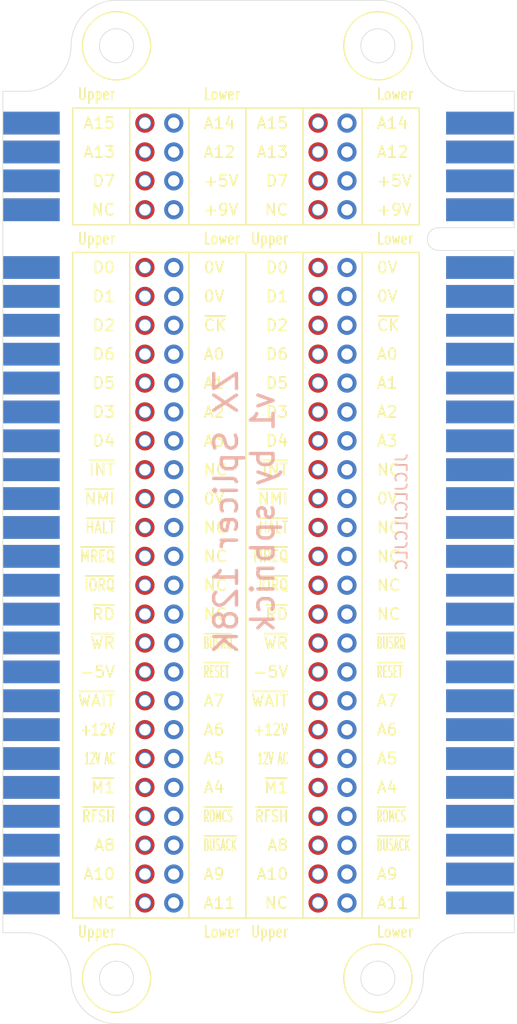
<source format=kicad_pcb>
(kicad_pcb (version 20171130) (host pcbnew 5.1.4+dfsg1-2)

  (general
    (thickness 1.6)
    (drawings 34)
    (tracks 0)
    (zones 0)
    (modules 8)
    (nets 53)
  )

  (page A4)
  (layers
    (0 F.Cu signal)
    (31 B.Cu signal)
    (32 B.Adhes user)
    (33 F.Adhes user)
    (34 B.Paste user)
    (35 F.Paste user)
    (36 B.SilkS user)
    (37 F.SilkS user)
    (38 B.Mask user)
    (39 F.Mask user)
    (40 Dwgs.User user)
    (41 Cmts.User user)
    (42 Eco1.User user)
    (43 Eco2.User user)
    (44 Edge.Cuts user)
    (45 Margin user)
    (46 B.CrtYd user)
    (47 F.CrtYd user)
    (48 B.Fab user)
    (49 F.Fab user)
  )

  (setup
    (last_trace_width 0.75)
    (trace_clearance 0.2)
    (zone_clearance 0.508)
    (zone_45_only no)
    (trace_min 0.2)
    (via_size 0.8)
    (via_drill 0.4)
    (via_min_size 0.4)
    (via_min_drill 0.3)
    (uvia_size 0.3)
    (uvia_drill 0.1)
    (uvias_allowed no)
    (uvia_min_size 0.2)
    (uvia_min_drill 0.1)
    (edge_width 0.05)
    (segment_width 0.2)
    (pcb_text_width 0.3)
    (pcb_text_size 1.5 1.5)
    (mod_edge_width 0.12)
    (mod_text_size 1 1)
    (mod_text_width 0.15)
    (pad_size 1.524 1.524)
    (pad_drill 0.762)
    (pad_to_mask_clearance 0.051)
    (solder_mask_min_width 0.25)
    (aux_axis_origin 0 0)
    (visible_elements FFFFF77F)
    (pcbplotparams
      (layerselection 0x010fc_ffffffff)
      (usegerberextensions false)
      (usegerberattributes false)
      (usegerberadvancedattributes false)
      (creategerberjobfile false)
      (excludeedgelayer true)
      (linewidth 0.100000)
      (plotframeref false)
      (viasonmask false)
      (mode 1)
      (useauxorigin false)
      (hpglpennumber 1)
      (hpglpenspeed 20)
      (hpglpendiameter 15.000000)
      (psnegative false)
      (psa4output false)
      (plotreference true)
      (plotvalue true)
      (plotinvisibletext false)
      (padsonsilk false)
      (subtractmaskfromsilk false)
      (outputformat 1)
      (mirror false)
      (drillshape 1)
      (scaleselection 1)
      (outputdirectory ""))
  )

  (net 0 "")
  (net 1 /+9V)
  (net 2 /NC0)
  (net 3 /+5V)
  (net 4 /D7)
  (net 5 /A12)
  (net 6 /A13)
  (net 7 /A14)
  (net 8 /A15)
  (net 9 /A11)
  (net 10 /NC6)
  (net 11 /A9)
  (net 12 /A10)
  (net 13 /~BUSACK)
  (net 14 /A8)
  (net 15 /~ROMCS)
  (net 16 /~RFSH)
  (net 17 /A4)
  (net 18 /~M1)
  (net 19 /A5)
  (net 20 /12V_AC)
  (net 21 /A6)
  (net 22 /+12V)
  (net 23 /A7)
  (net 24 /~WAIT)
  (net 25 /~RESET)
  (net 26 /-5V)
  (net 27 /~BUSRQ)
  (net 28 /~WR)
  (net 29 /NC5)
  (net 30 /~RD)
  (net 31 /NC4)
  (net 32 /~IORQ)
  (net 33 /NC3)
  (net 34 /~MREQ)
  (net 35 /NC2)
  (net 36 /~HALT)
  (net 37 /0V)
  (net 38 /~NMI)
  (net 39 /NC1)
  (net 40 /~INT)
  (net 41 /A3)
  (net 42 /D4)
  (net 43 /A2)
  (net 44 /D3)
  (net 45 /A1)
  (net 46 /D5)
  (net 47 /A0)
  (net 48 /D6)
  (net 49 /~CK)
  (net 50 /D2)
  (net 51 /D1)
  (net 52 /D0)

  (net_class Default "This is the default net class."
    (clearance 0.2)
    (trace_width 0.75)
    (via_dia 0.8)
    (via_drill 0.4)
    (uvia_dia 0.3)
    (uvia_drill 0.1)
    (add_net /+12V)
    (add_net /+5V)
    (add_net /+9V)
    (add_net /-5V)
    (add_net /0V)
    (add_net /12V_AC)
    (add_net /A0)
    (add_net /A1)
    (add_net /A10)
    (add_net /A11)
    (add_net /A12)
    (add_net /A13)
    (add_net /A14)
    (add_net /A15)
    (add_net /A2)
    (add_net /A3)
    (add_net /A4)
    (add_net /A5)
    (add_net /A6)
    (add_net /A7)
    (add_net /A8)
    (add_net /A9)
    (add_net /D0)
    (add_net /D1)
    (add_net /D2)
    (add_net /D3)
    (add_net /D4)
    (add_net /D5)
    (add_net /D6)
    (add_net /D7)
    (add_net /NC0)
    (add_net /NC1)
    (add_net /NC2)
    (add_net /NC3)
    (add_net /NC4)
    (add_net /NC5)
    (add_net /NC6)
    (add_net /~BUSACK)
    (add_net /~BUSRQ)
    (add_net /~CK)
    (add_net /~HALT)
    (add_net /~INT)
    (add_net /~IORQ)
    (add_net /~M1)
    (add_net /~MREQ)
    (add_net /~NMI)
    (add_net /~RD)
    (add_net /~RESET)
    (add_net /~RFSH)
    (add_net /~ROMCS)
    (add_net /~WAIT)
    (add_net /~WR)
  )

  (module zx_bus_breakout:long_pin_socket (layer F.Cu) (tedit 5DD9879B) (tstamp 5DD97624)
    (at 78.74 63.5)
    (descr "Through hole straight socket strip, 2x23, 2.54mm pitch, double cols (from Kicad 4.0.7), script generated")
    (tags "Through hole socket strip THT 2x23 2.54mm double row")
    (path /5DE507B0)
    (fp_text reference J6 (at 1.27 -2.77) (layer F.SilkS) hide
      (effects (font (size 1 1) (thickness 0.15)))
    )
    (fp_text value Conn_02x23_Row_Letter_First (at 1.27 60.96) (layer F.Fab) hide
      (effects (font (size 1 1) (thickness 0.15)))
    )
    (fp_text user %R (at 1.27 27.94 90) (layer F.Fab)
      (effects (font (size 1 1) (thickness 0.15)))
    )
    (fp_text user D2 (at -2.54 5.08) (layer F.SilkS)
      (effects (font (size 1 1) (thickness 0.15)) (justify right))
    )
    (fp_text user ~RD (at -2.54 30.48) (layer F.SilkS)
      (effects (font (size 1 1) (thickness 0.15)) (justify right))
    )
    (fp_text user NC (at 5.08 25.4) (layer F.SilkS)
      (effects (font (size 1 1) (thickness 0.15)) (justify left))
    )
    (fp_line (start -6.35 57.21) (end -6.35 -1.33) (layer F.SilkS) (width 0.12))
    (fp_text user ~RESET (at 5.08 35.56) (layer F.SilkS)
      (effects (font (size 1 0.5) (thickness 0.125)) (justify left))
    )
    (fp_text user ~HALT (at -2.54 22.86) (layer F.SilkS)
      (effects (font (size 1 0.75) (thickness 0.125)) (justify right))
    )
    (fp_text user A3 (at 5.08 15.24) (layer F.SilkS)
      (effects (font (size 1 1) (thickness 0.15)) (justify left))
    )
    (fp_text user Upper (at -2.54 58.42) (layer F.SilkS)
      (effects (font (size 1 0.75) (thickness 0.15)) (justify right))
    )
    (fp_text user ~M1 (at -2.54 45.72) (layer F.SilkS)
      (effects (font (size 1 1) (thickness 0.15)) (justify right))
    )
    (fp_text user 0V (at 5.08 20.32) (layer F.SilkS)
      (effects (font (size 1 1) (thickness 0.15)) (justify left))
    )
    (fp_text user ~RFSH (at -2.54 48.26) (layer F.SilkS)
      (effects (font (size 1 0.75) (thickness 0.15)) (justify right))
    )
    (fp_text user +12V (at -2.54 40.64) (layer F.SilkS)
      (effects (font (size 1 0.75) (thickness 0.15)) (justify right))
    )
    (fp_text user D6 (at -2.54 7.62) (layer F.SilkS)
      (effects (font (size 1 1) (thickness 0.15)) (justify right))
    )
    (fp_line (start 3.87 -1.33) (end 3.87 57.21) (layer F.SilkS) (width 0.12))
    (fp_text user D1 (at -2.54 2.54) (layer F.SilkS)
      (effects (font (size 1 1) (thickness 0.15)) (justify right))
    )
    (fp_text user A8 (at -2.54 50.8) (layer F.SilkS)
      (effects (font (size 1 1) (thickness 0.15)) (justify right))
    )
    (fp_text user NC (at 5.08 27.94) (layer F.SilkS)
      (effects (font (size 1 1) (thickness 0.15)) (justify left))
    )
    (fp_text user ~INT (at -2.54 17.78) (layer F.SilkS)
      (effects (font (size 1 1) (thickness 0.15)) (justify right))
    )
    (fp_text user 0V (at 5.08 2.54) (layer F.SilkS)
      (effects (font (size 1 1) (thickness 0.15)) (justify left))
    )
    (fp_text user A9 (at 5.08 53.34) (layer F.SilkS)
      (effects (font (size 1 1) (thickness 0.15)) (justify left))
    )
    (fp_text user NC (at 5.08 17.78) (layer F.SilkS)
      (effects (font (size 1 1) (thickness 0.15)) (justify left))
    )
    (fp_text user A4 (at 5.08 45.72) (layer F.SilkS)
      (effects (font (size 1 1) (thickness 0.15)) (justify left))
    )
    (fp_text user -5V (at -2.54 35.56) (layer F.SilkS)
      (effects (font (size 1 1) (thickness 0.15)) (justify right))
    )
    (fp_text user NC (at -2.54 55.88) (layer F.SilkS)
      (effects (font (size 1 1) (thickness 0.15)) (justify right))
    )
    (fp_line (start 8.89 57.21) (end 8.89 -1.33) (layer F.SilkS) (width 0.12))
    (fp_text user A10 (at -2.54 53.34) (layer F.SilkS)
      (effects (font (size 1 1) (thickness 0.15)) (justify right))
    )
    (fp_line (start -1.33 -1.33) (end -1.33 57.21) (layer F.SilkS) (width 0.12))
    (fp_text user Lower (at 5.08 -2.54) (layer F.SilkS)
      (effects (font (size 1 0.75) (thickness 0.15)) (justify left))
    )
    (fp_text user ~IORQ (at -2.54 27.94) (layer F.SilkS)
      (effects (font (size 1 0.75) (thickness 0.15)) (justify right))
    )
    (fp_text user A11 (at 5.08 55.88) (layer F.SilkS)
      (effects (font (size 1 1) (thickness 0.15)) (justify left))
    )
    (fp_line (start 8.89 57.21) (end -6.35 57.21) (layer F.SilkS) (width 0.12))
    (fp_text user A0 (at 5.08 7.62) (layer F.SilkS)
      (effects (font (size 1 1) (thickness 0.15)) (justify left))
    )
    (fp_text user D3 (at -2.54 12.7) (layer F.SilkS)
      (effects (font (size 1 1) (thickness 0.15)) (justify right))
    )
    (fp_text user D5 (at -2.54 10.16) (layer F.SilkS)
      (effects (font (size 1 1) (thickness 0.15)) (justify right))
    )
    (fp_text user ~ROMCS (at 5.08 48.26) (layer F.SilkS)
      (effects (font (size 1 0.5) (thickness 0.125)) (justify left))
    )
    (fp_text user A7 (at 5.08 38.1) (layer F.SilkS)
      (effects (font (size 1 1) (thickness 0.15)) (justify left))
    )
    (fp_text user 0V (at 5.08 0) (layer F.SilkS)
      (effects (font (size 1 1) (thickness 0.15)) (justify left))
    )
    (fp_text user ~BUSRQ (at 5.08 33.02) (layer F.SilkS)
      (effects (font (size 1 0.5) (thickness 0.125)) (justify left))
    )
    (fp_text user NC (at 5.08 22.86) (layer F.SilkS)
      (effects (font (size 1 1) (thickness 0.15)) (justify left))
    )
    (fp_text user ~WR (at -2.54 33.02) (layer F.SilkS)
      (effects (font (size 1 1) (thickness 0.15)) (justify right))
    )
    (fp_text user NC (at 5.08 30.48) (layer F.SilkS)
      (effects (font (size 1 1) (thickness 0.15)) (justify left))
    )
    (fp_text user A6 (at 5.08 40.64) (layer F.SilkS)
      (effects (font (size 1 1) (thickness 0.15)) (justify left))
    )
    (fp_text user ~NMI (at -2.54 20.32) (layer F.SilkS)
      (effects (font (size 1 1) (thickness 0.15)) (justify right))
    )
    (fp_text user D0 (at -2.54 0) (layer F.SilkS)
      (effects (font (size 1 1) (thickness 0.15)) (justify right))
    )
    (fp_text user A5 (at 5.08 43.18) (layer F.SilkS)
      (effects (font (size 1 1) (thickness 0.15)) (justify left))
    )
    (fp_text user Upper (at -2.54 -2.54) (layer F.SilkS)
      (effects (font (size 1 0.75) (thickness 0.15)) (justify right))
    )
    (fp_text user ~MREQ (at -2.54 25.4) (layer F.SilkS)
      (effects (font (size 1 0.75) (thickness 0.15)) (justify right))
    )
    (fp_text user "12V AC" (at -2.54 43.18) (layer F.SilkS)
      (effects (font (size 1 0.5) (thickness 0.125)) (justify right))
    )
    (fp_text user ~BUSACK (at 5.08 50.8) (layer F.SilkS)
      (effects (font (size 1 0.5) (thickness 0.125)) (justify left))
    )
    (fp_text user A2 (at 5.08 12.7) (layer F.SilkS)
      (effects (font (size 1 1) (thickness 0.15)) (justify left))
    )
    (fp_text user Lower (at 5.08 58.42) (layer F.SilkS)
      (effects (font (size 1 0.75) (thickness 0.15)) (justify left))
    )
    (fp_text user ~WAIT (at -2.54 38.1) (layer F.SilkS)
      (effects (font (size 1 1) (thickness 0.15)) (justify right))
    )
    (fp_text user A1 (at 5.08 10.16) (layer F.SilkS)
      (effects (font (size 1 1) (thickness 0.15)) (justify left))
    )
    (fp_text user ~CK (at 5.08 5.08) (layer F.SilkS)
      (effects (font (size 1 1) (thickness 0.15)) (justify left))
    )
    (fp_text user D4 (at -2.54 15.24) (layer F.SilkS)
      (effects (font (size 1 1) (thickness 0.15)) (justify right))
    )
    (fp_line (start 8.89 -1.33) (end -6.35 -1.33) (layer F.SilkS) (width 0.12))
    (fp_line (start -1.8 57.65) (end -1.8 -1.8) (layer F.CrtYd) (width 0.05))
    (fp_line (start 4.3 57.65) (end -1.8 57.65) (layer F.CrtYd) (width 0.05))
    (fp_line (start 4.3 -1.8) (end 4.3 57.65) (layer F.CrtYd) (width 0.05))
    (fp_line (start -1.8 -1.8) (end 4.3 -1.8) (layer F.CrtYd) (width 0.05))
    (fp_line (start -1.27 57.15) (end -1.27 -1.27) (layer F.Fab) (width 0.1))
    (fp_line (start 3.81 57.15) (end -1.27 57.15) (layer F.Fab) (width 0.1))
    (fp_line (start 3.81 -0.27) (end 3.81 57.15) (layer F.Fab) (width 0.1))
    (fp_line (start 2.81 -1.27) (end 3.81 -0.27) (layer F.Fab) (width 0.1))
    (fp_line (start -1.27 -1.27) (end 2.81 -1.27) (layer F.Fab) (width 0.1))
    (pad a22 smd oval (at 0 53.34) (size 1.7 1.7) (layers F.Cu F.Mask)
      (net 12 /A10))
    (pad b20 thru_hole oval (at 2.54 48.26) (size 1.2 1.2) (drill 1) (layers *.Cu *.Mask)
      (net 15 /~ROMCS))
    (pad a9 smd oval (at 0 20.32) (size 1.7 1.7) (layers F.Cu F.Mask)
      (net 38 /~NMI))
    (pad a10 smd oval (at 0 22.86) (size 1.7 1.7) (layers F.Cu F.Mask)
      (net 36 /~HALT))
    (pad a23 thru_hole oval (at 0 55.88) (size 1.2 1.2) (drill 1) (layers *.Cu *.Mask)
      (net 10 /NC6))
    (pad a18 smd oval (at 0 43.18) (size 1.7 1.7) (layers F.Cu F.Mask)
      (net 20 /12V_AC))
    (pad b14 smd oval (at 2.54 33.02) (size 1.7 1.7) (layers B.Cu B.Mask)
      (net 27 /~BUSRQ))
    (pad b13 smd oval (at 2.54 30.48) (size 1.7 1.7) (layers B.Cu B.Mask)
      (net 29 /NC5))
    (pad a11 thru_hole oval (at 0 25.4) (size 1.2 1.2) (drill 1) (layers *.Cu *.Mask)
      (net 34 /~MREQ))
    (pad b7 thru_hole oval (at 2.54 15.24) (size 1.2 1.2) (drill 1) (layers *.Cu *.Mask)
      (net 41 /A3))
    (pad a9 thru_hole oval (at 0 20.32) (size 1.2 1.2) (drill 1) (layers *.Cu *.Mask)
      (net 38 /~NMI))
    (pad a5 thru_hole oval (at 0 10.16) (size 1.2 1.2) (drill 1) (layers *.Cu *.Mask)
      (net 46 /D5))
    (pad a14 thru_hole oval (at 0 33.02) (size 1.2 1.2) (drill 1) (layers *.Cu *.Mask)
      (net 28 /~WR))
    (pad b6 thru_hole oval (at 2.54 12.7) (size 1.2 1.2) (drill 1) (layers *.Cu *.Mask)
      (net 43 /A2))
    (pad b18 thru_hole oval (at 2.54 43.18) (size 1.2 1.2) (drill 1) (layers *.Cu *.Mask)
      (net 19 /A5))
    (pad a1 smd oval (at 0 0) (size 1.7 1.7) (layers F.Cu F.Mask)
      (net 52 /D0))
    (pad b2 thru_hole oval (at 2.54 2.54) (size 1.2 1.2) (drill 1) (layers *.Cu *.Mask)
      (net 37 /0V))
    (pad b18 smd oval (at 2.54 43.18) (size 1.7 1.7) (layers B.Cu B.Mask)
      (net 19 /A5))
    (pad b17 thru_hole oval (at 2.54 40.64) (size 1.2 1.2) (drill 1) (layers *.Cu *.Mask)
      (net 21 /A6))
    (pad a10 thru_hole oval (at 0 22.86) (size 1.2 1.2) (drill 1) (layers *.Cu *.Mask)
      (net 36 /~HALT))
    (pad b6 smd oval (at 2.54 12.7) (size 1.7 1.7) (layers B.Cu B.Mask)
      (net 43 /A2))
    (pad a12 thru_hole oval (at 0 27.94) (size 1.2 1.2) (drill 1) (layers *.Cu *.Mask)
      (net 32 /~IORQ))
    (pad a3 smd oval (at 0 5.08) (size 1.7 1.7) (layers F.Cu F.Mask)
      (net 50 /D2))
    (pad b9 thru_hole oval (at 2.54 20.32) (size 1.2 1.2) (drill 1) (layers *.Cu *.Mask)
      (net 37 /0V))
    (pad b15 smd oval (at 2.54 35.56) (size 1.7 1.7) (layers B.Cu B.Mask)
      (net 25 /~RESET))
    (pad a13 smd oval (at 0 30.48) (size 1.7 1.7) (layers F.Cu F.Mask)
      (net 30 /~RD))
    (pad a5 smd oval (at 0 10.16) (size 1.7 1.7) (layers F.Cu F.Mask)
      (net 46 /D5))
    (pad b7 smd oval (at 2.54 15.24) (size 1.7 1.7) (layers B.Cu B.Mask)
      (net 41 /A3))
    (pad a7 thru_hole oval (at 0 15.24) (size 1.2 1.2) (drill 1) (layers *.Cu *.Mask)
      (net 42 /D4))
    (pad b20 smd oval (at 2.54 48.26) (size 1.7 1.7) (layers B.Cu B.Mask)
      (net 15 /~ROMCS))
    (pad b5 thru_hole oval (at 2.54 10.16) (size 1.2 1.2) (drill 1) (layers *.Cu *.Mask)
      (net 45 /A1))
    (pad a21 smd oval (at 0 50.8) (size 1.7 1.7) (layers F.Cu F.Mask)
      (net 14 /A8))
    (pad b1 smd oval (at 2.54 0 90) (size 1.7 1.7) (layers B.Cu B.Mask)
      (net 37 /0V))
    (pad b12 thru_hole oval (at 2.54 27.94) (size 1.2 1.2) (drill 1) (layers *.Cu *.Mask)
      (net 31 /NC4))
    (pad b11 smd oval (at 2.54 25.4) (size 1.7 1.7) (layers B.Cu B.Mask)
      (net 33 /NC3))
    (pad a15 thru_hole oval (at 0 35.56) (size 1.2 1.2) (drill 1) (layers *.Cu *.Mask)
      (net 26 /-5V))
    (pad b4 smd oval (at 2.54 7.62) (size 1.7 1.7) (layers B.Cu B.Mask)
      (net 47 /A0))
    (pad a4 thru_hole oval (at 0 7.62) (size 1.2 1.2) (drill 1) (layers *.Cu *.Mask)
      (net 48 /D6))
    (pad a16 thru_hole oval (at 0 38.1) (size 1.2 1.2) (drill 1) (layers *.Cu *.Mask)
      (net 24 /~WAIT))
    (pad a6 thru_hole oval (at 0 12.7) (size 1.2 1.2) (drill 1) (layers *.Cu *.Mask)
      (net 44 /D3))
    (pad a7 smd oval (at 0 15.24) (size 1.7 1.7) (layers F.Cu F.Mask)
      (net 42 /D4))
    (pad b14 thru_hole oval (at 2.54 33.02) (size 1.2 1.2) (drill 1) (layers *.Cu *.Mask)
      (net 27 /~BUSRQ))
    (pad b16 smd oval (at 2.54 38.1) (size 1.7 1.7) (layers B.Cu B.Mask)
      (net 23 /A7))
    (pad a12 smd oval (at 0 27.94) (size 1.7 1.7) (layers F.Cu F.Mask)
      (net 32 /~IORQ))
    (pad a11 smd oval (at 0 25.4) (size 1.7 1.7) (layers F.Cu F.Mask)
      (net 34 /~MREQ))
    (pad a8 thru_hole oval (at 0 17.78) (size 1.2 1.2) (drill 1) (layers *.Cu *.Mask)
      (net 40 /~INT))
    (pad a16 smd oval (at 0 38.1) (size 1.7 1.7) (layers F.Cu F.Mask)
      (net 24 /~WAIT))
    (pad b23 thru_hole oval (at 2.54 55.88) (size 1.2 1.2) (drill 1) (layers *.Cu *.Mask)
      (net 9 /A11))
    (pad a20 smd oval (at 0 48.26) (size 1.7 1.7) (layers F.Cu F.Mask)
      (net 16 /~RFSH))
    (pad b22 smd oval (at 2.54 53.34) (size 1.7 1.7) (layers B.Cu B.Mask)
      (net 11 /A9))
    (pad a4 smd oval (at 0 7.62) (size 1.7 1.7) (layers F.Cu F.Mask)
      (net 48 /D6))
    (pad a20 thru_hole oval (at 0 48.26) (size 1.2 1.2) (drill 1) (layers *.Cu *.Mask)
      (net 16 /~RFSH))
    (pad b19 smd oval (at 2.54 45.72) (size 1.7 1.7) (layers B.Cu B.Mask)
      (net 17 /A4))
    (pad b2 smd oval (at 2.54 2.54) (size 1.7 1.7) (layers B.Cu B.Mask)
      (net 37 /0V))
    (pad b8 thru_hole oval (at 2.54 17.78) (size 1.2 1.2) (drill 1) (layers *.Cu *.Mask)
      (net 39 /NC1))
    (pad a19 thru_hole oval (at 0 45.72) (size 1.2 1.2) (drill 1) (layers *.Cu *.Mask)
      (net 18 /~M1))
    (pad b8 smd oval (at 2.54 17.78) (size 1.7 1.7) (layers B.Cu B.Mask)
      (net 39 /NC1))
    (pad b11 thru_hole oval (at 2.54 25.4) (size 1.2 1.2) (drill 1) (layers *.Cu *.Mask)
      (net 33 /NC3))
    (pad a18 thru_hole oval (at 0 43.18) (size 1.2 1.2) (drill 1) (layers *.Cu *.Mask)
      (net 20 /12V_AC))
    (pad b21 thru_hole oval (at 2.54 50.8) (size 1.2 1.2) (drill 1) (layers *.Cu *.Mask)
      (net 13 /~BUSACK))
    (pad a3 thru_hole oval (at 0 5.08) (size 1.2 1.2) (drill 1) (layers *.Cu *.Mask)
      (net 50 /D2))
    (pad a17 thru_hole oval (at 0 40.64) (size 1.2 1.2) (drill 1) (layers *.Cu *.Mask)
      (net 22 /+12V))
    (pad b4 thru_hole oval (at 2.54 7.62) (size 1.2 1.2) (drill 1) (layers *.Cu *.Mask)
      (net 47 /A0))
    (pad a21 thru_hole oval (at 0 50.8) (size 1.2 1.2) (drill 1) (layers *.Cu *.Mask)
      (net 14 /A8))
    (pad b9 smd oval (at 2.54 20.32) (size 1.7 1.7) (layers B.Cu B.Mask)
      (net 37 /0V))
    (pad b16 thru_hole oval (at 2.54 38.1) (size 1.2 1.2) (drill 1) (layers *.Cu *.Mask)
      (net 23 /A7))
    (pad b21 smd oval (at 2.54 50.8) (size 1.7 1.7) (layers B.Cu B.Mask)
      (net 13 /~BUSACK))
    (pad b22 thru_hole oval (at 2.54 53.34) (size 1.2 1.2) (drill 1) (layers *.Cu *.Mask)
      (net 11 /A9))
    (pad b17 smd oval (at 2.54 40.64) (size 1.7 1.7) (layers B.Cu B.Mask)
      (net 21 /A6))
    (pad a23 smd oval (at 0 55.88) (size 1.7 1.7) (layers F.Cu F.Mask)
      (net 10 /NC6))
    (pad a2 smd oval (at 0 2.54) (size 1.7 1.7) (layers F.Cu F.Mask)
      (net 51 /D1))
    (pad b10 smd oval (at 2.54 22.86) (size 1.7 1.7) (layers B.Cu B.Mask)
      (net 35 /NC2))
    (pad b13 thru_hole oval (at 2.54 30.48) (size 1.2 1.2) (drill 1) (layers *.Cu *.Mask)
      (net 29 /NC5))
    (pad b1 thru_hole oval (at 2.54 0 90) (size 1.2 1.2) (drill 1) (layers *.Cu *.Mask)
      (net 37 /0V))
    (pad b3 thru_hole oval (at 2.54 5.08) (size 1.2 1.2) (drill 1) (layers *.Cu *.Mask)
      (net 49 /~CK))
    (pad a22 thru_hole oval (at 0 53.34) (size 1.2 1.2) (drill 1) (layers *.Cu *.Mask)
      (net 12 /A10))
    (pad a13 thru_hole oval (at 0 30.48) (size 1.2 1.2) (drill 1) (layers *.Cu *.Mask)
      (net 30 /~RD))
    (pad b5 smd oval (at 2.54 10.16) (size 1.7 1.7) (layers B.Cu B.Mask)
      (net 45 /A1))
    (pad b3 smd oval (at 2.54 5.08) (size 1.7 1.7) (layers B.Cu B.Mask)
      (net 49 /~CK))
    (pad b12 smd oval (at 2.54 27.94) (size 1.7 1.7) (layers B.Cu B.Mask)
      (net 31 /NC4))
    (pad b15 thru_hole oval (at 2.54 35.56) (size 1.2 1.2) (drill 1) (layers *.Cu *.Mask)
      (net 25 /~RESET))
    (pad a17 smd oval (at 0 40.64) (size 1.7 1.7) (layers F.Cu F.Mask)
      (net 22 /+12V))
    (pad a15 smd oval (at 0 35.56) (size 1.7 1.7) (layers F.Cu F.Mask)
      (net 26 /-5V))
    (pad a1 thru_hole oval (at 0 0) (size 1.2 1.2) (drill 1) (layers *.Cu *.Mask)
      (net 52 /D0))
    (pad a8 smd oval (at 0 17.78) (size 1.7 1.7) (layers F.Cu F.Mask)
      (net 40 /~INT))
    (pad a19 smd oval (at 0 45.72) (size 1.7 1.7) (layers F.Cu F.Mask)
      (net 18 /~M1))
    (pad a2 thru_hole oval (at 0 2.54) (size 1.2 1.2) (drill 1) (layers *.Cu *.Mask)
      (net 51 /D1))
    (pad a14 smd oval (at 0 33.02) (size 1.7 1.7) (layers F.Cu F.Mask)
      (net 28 /~WR))
    (pad b23 smd oval (at 2.54 55.88) (size 1.7 1.7) (layers B.Cu B.Mask)
      (net 9 /A11))
    (pad b19 thru_hole oval (at 2.54 45.72) (size 1.2 1.2) (drill 1) (layers *.Cu *.Mask)
      (net 17 /A4))
    (pad b10 thru_hole oval (at 2.54 22.86) (size 1.2 1.2) (drill 1) (layers *.Cu *.Mask)
      (net 35 /NC2))
    (pad a6 smd oval (at 0 12.7) (size 1.7 1.7) (layers F.Cu F.Mask)
      (net 44 /D3))
    (model ${KISYS3DMOD}/Connector_PinSocket_2.54mm.3dshapes/PinSocket_2x23_P2.54mm_Vertical.wrl
      (offset (xyz 2.54 0 0))
      (scale (xyz 1 1 1))
      (rotate (xyz 0 0 0))
    )
  )

  (module zx_bus_breakout:long_pin_header (layer F.Cu) (tedit 5DD982EB) (tstamp 5DD9777D)
    (at 63.5 63.5)
    (descr "Through hole straight pin header, 2x23, 2.54mm pitch, double rows")
    (tags "Through hole pin header THT 2x23 2.54mm double row")
    (path /5DE45FF8)
    (fp_text reference J4 (at 1.27 -2.54) (layer F.SilkS) hide
      (effects (font (size 1 1) (thickness 0.15)))
    )
    (fp_text value Conn_02x23_Row_Letter_First (at 1.27 60.96) (layer F.Fab) hide
      (effects (font (size 1 1) (thickness 0.15)))
    )
    (fp_text user Upper (at -2.54 58.42) (layer F.SilkS)
      (effects (font (size 1 0.75) (thickness 0.15)) (justify right))
    )
    (fp_text user Lower (at 5.08 58.42) (layer F.SilkS)
      (effects (font (size 1 0.75) (thickness 0.15)) (justify left))
    )
    (fp_text user Lower (at 5.08 -2.54) (layer F.SilkS)
      (effects (font (size 1 0.75) (thickness 0.15)) (justify left))
    )
    (fp_text user Upper (at -2.54 -2.54) (layer F.SilkS)
      (effects (font (size 1 0.75) (thickness 0.15)) (justify right))
    )
    (fp_text user ~RD (at -2.54 30.48) (layer F.SilkS)
      (effects (font (size 1 1) (thickness 0.15)) (justify right))
    )
    (fp_line (start -1.33 -1.33) (end -1.33 57.21) (layer F.SilkS) (width 0.12))
    (fp_text user A4 (at 5.08 45.72) (layer F.SilkS)
      (effects (font (size 1 1) (thickness 0.15)) (justify left))
    )
    (fp_text user ~MREQ (at -2.54 25.4) (layer F.SilkS)
      (effects (font (size 1 0.75) (thickness 0.15)) (justify right))
    )
    (fp_text user A5 (at 5.08 43.18) (layer F.SilkS)
      (effects (font (size 1 1) (thickness 0.15)) (justify left))
    )
    (fp_text user NC (at 5.08 27.94) (layer F.SilkS)
      (effects (font (size 1 1) (thickness 0.15)) (justify left))
    )
    (fp_text user 0V (at 5.08 20.32) (layer F.SilkS)
      (effects (font (size 1 1) (thickness 0.15)) (justify left))
    )
    (fp_text user D1 (at -2.54 2.54) (layer F.SilkS)
      (effects (font (size 1 1) (thickness 0.15)) (justify right))
    )
    (fp_text user NC (at 5.08 25.4) (layer F.SilkS)
      (effects (font (size 1 1) (thickness 0.15)) (justify left))
    )
    (fp_text user ~WR (at -2.54 33.02) (layer F.SilkS)
      (effects (font (size 1 1) (thickness 0.15)) (justify right))
    )
    (fp_line (start 8.89 57.21) (end -6.35 57.21) (layer F.SilkS) (width 0.12))
    (fp_line (start 8.89 -1.33) (end -6.35 -1.33) (layer F.SilkS) (width 0.12))
    (fp_text user A8 (at -2.54 50.8) (layer F.SilkS)
      (effects (font (size 1 1) (thickness 0.15)) (justify right))
    )
    (fp_text user D0 (at -2.54 0) (layer F.SilkS)
      (effects (font (size 1 1) (thickness 0.15)) (justify right))
    )
    (fp_text user A0 (at 5.08 7.62) (layer F.SilkS)
      (effects (font (size 1 1) (thickness 0.15)) (justify left))
    )
    (fp_text user D2 (at -2.54 5.08) (layer F.SilkS)
      (effects (font (size 1 1) (thickness 0.15)) (justify right))
    )
    (fp_text user ~INT (at -2.54 17.78) (layer F.SilkS)
      (effects (font (size 1 1) (thickness 0.15)) (justify right))
    )
    (fp_text user "12V AC" (at -2.54 43.18) (layer F.SilkS)
      (effects (font (size 1 0.5) (thickness 0.125)) (justify right))
    )
    (fp_text user ~BUSACK (at 5.08 50.8) (layer F.SilkS)
      (effects (font (size 1 0.5) (thickness 0.125)) (justify left))
    )
    (fp_text user A2 (at 5.08 12.7) (layer F.SilkS)
      (effects (font (size 1 1) (thickness 0.15)) (justify left))
    )
    (fp_text user ~WAIT (at -2.54 38.1) (layer F.SilkS)
      (effects (font (size 1 1) (thickness 0.15)) (justify right))
    )
    (fp_text user ~CK (at 5.08 5.08) (layer F.SilkS)
      (effects (font (size 1 1) (thickness 0.15)) (justify left))
    )
    (fp_text user D4 (at -2.54 15.24) (layer F.SilkS)
      (effects (font (size 1 1) (thickness 0.15)) (justify right))
    )
    (fp_text user A1 (at 5.08 10.16) (layer F.SilkS)
      (effects (font (size 1 1) (thickness 0.15)) (justify left))
    )
    (fp_text user ~NMI (at -2.54 20.32) (layer F.SilkS)
      (effects (font (size 1 1) (thickness 0.15)) (justify right))
    )
    (fp_text user ~ROMCS (at 5.08 48.26) (layer F.SilkS)
      (effects (font (size 1 0.5) (thickness 0.125)) (justify left))
    )
    (fp_text user A7 (at 5.08 38.1) (layer F.SilkS)
      (effects (font (size 1 1) (thickness 0.15)) (justify left))
    )
    (fp_text user 0V (at 5.08 0) (layer F.SilkS)
      (effects (font (size 1 1) (thickness 0.15)) (justify left))
    )
    (fp_text user ~BUSRQ (at 5.08 33.02) (layer F.SilkS)
      (effects (font (size 1 0.5) (thickness 0.125)) (justify left))
    )
    (fp_line (start 3.87 -1.33) (end 3.87 57.21) (layer F.SilkS) (width 0.12))
    (fp_text user NC (at 5.08 22.86) (layer F.SilkS)
      (effects (font (size 1 1) (thickness 0.15)) (justify left))
    )
    (fp_text user NC (at 5.08 30.48) (layer F.SilkS)
      (effects (font (size 1 1) (thickness 0.15)) (justify left))
    )
    (fp_text user A6 (at 5.08 40.64) (layer F.SilkS)
      (effects (font (size 1 1) (thickness 0.15)) (justify left))
    )
    (fp_text user D5 (at -2.54 10.16) (layer F.SilkS)
      (effects (font (size 1 1) (thickness 0.15)) (justify right))
    )
    (fp_text user NC (at 5.08 17.78) (layer F.SilkS)
      (effects (font (size 1 1) (thickness 0.15)) (justify left))
    )
    (fp_text user -5V (at -2.54 35.56) (layer F.SilkS)
      (effects (font (size 1 1) (thickness 0.15)) (justify right))
    )
    (fp_text user NC (at -2.54 55.88) (layer F.SilkS)
      (effects (font (size 1 1) (thickness 0.15)) (justify right))
    )
    (fp_text user A10 (at -2.54 53.34) (layer F.SilkS)
      (effects (font (size 1 1) (thickness 0.15)) (justify right))
    )
    (fp_text user ~IORQ (at -2.54 27.94) (layer F.SilkS)
      (effects (font (size 1 0.75) (thickness 0.15)) (justify right))
    )
    (fp_text user A11 (at 5.08 55.88) (layer F.SilkS)
      (effects (font (size 1 1) (thickness 0.15)) (justify left))
    )
    (fp_text user D3 (at -2.54 12.7) (layer F.SilkS)
      (effects (font (size 1 1) (thickness 0.15)) (justify right))
    )
    (fp_text user A9 (at 5.08 53.34) (layer F.SilkS)
      (effects (font (size 1 1) (thickness 0.15)) (justify left))
    )
    (fp_text user ~HALT (at -2.54 22.86) (layer F.SilkS)
      (effects (font (size 1 0.75) (thickness 0.125)) (justify right))
    )
    (fp_text user A3 (at 5.08 15.24) (layer F.SilkS)
      (effects (font (size 1 1) (thickness 0.15)) (justify left))
    )
    (fp_line (start 8.89 57.21) (end 8.89 -1.33) (layer F.SilkS) (width 0.12))
    (fp_text user ~M1 (at -2.54 45.72) (layer F.SilkS)
      (effects (font (size 1 1) (thickness 0.15)) (justify right))
    )
    (fp_text user ~RFSH (at -2.54 48.26) (layer F.SilkS)
      (effects (font (size 1 0.75) (thickness 0.15)) (justify right))
    )
    (fp_text user +12V (at -2.54 40.64) (layer F.SilkS)
      (effects (font (size 1 0.75) (thickness 0.15)) (justify right))
    )
    (fp_line (start -6.35 57.21) (end -6.35 -1.33) (layer F.SilkS) (width 0.12))
    (fp_text user D6 (at -2.54 7.62) (layer F.SilkS)
      (effects (font (size 1 1) (thickness 0.15)) (justify right))
    )
    (fp_text user 0V (at 5.08 2.54) (layer F.SilkS)
      (effects (font (size 1 1) (thickness 0.15)) (justify left))
    )
    (fp_text user ~RESET (at 5.08 35.56) (layer F.SilkS)
      (effects (font (size 1 0.5) (thickness 0.125)) (justify left))
    )
    (fp_line (start 0 -1.27) (end 3.81 -1.27) (layer F.Fab) (width 0.1))
    (fp_line (start 3.81 -1.27) (end 3.81 57.15) (layer F.Fab) (width 0.1))
    (fp_line (start 3.81 57.15) (end -1.27 57.15) (layer F.Fab) (width 0.1))
    (fp_line (start -1.27 57.15) (end -1.27 0) (layer F.Fab) (width 0.1))
    (fp_line (start -1.27 0) (end 0 -1.27) (layer F.Fab) (width 0.1))
    (fp_line (start -1.8 -1.8) (end -1.8 57.65) (layer F.CrtYd) (width 0.05))
    (fp_line (start -1.8 57.65) (end 4.35 57.65) (layer F.CrtYd) (width 0.05))
    (fp_line (start 4.35 57.65) (end 4.35 -1.8) (layer F.CrtYd) (width 0.05))
    (fp_line (start 4.35 -1.8) (end -1.8 -1.8) (layer F.CrtYd) (width 0.05))
    (fp_text user %R (at 1.27 27.94 90) (layer F.Fab)
      (effects (font (size 1 1) (thickness 0.15)))
    )
    (pad a1 smd oval (at 0 0) (size 1.7 1.7) (layers F.Cu F.Mask)
      (net 52 /D0))
    (pad a2 smd oval (at 0 2.54) (size 1.7 1.7) (layers F.Cu F.Mask)
      (net 51 /D1))
    (pad a3 smd oval (at 0 5.08) (size 1.7 1.7) (layers F.Cu F.Mask)
      (net 50 /D2))
    (pad a4 smd oval (at 0 7.62) (size 1.7 1.7) (layers F.Cu F.Mask)
      (net 48 /D6))
    (pad a5 smd oval (at 0 10.16) (size 1.7 1.7) (layers F.Cu F.Mask)
      (net 46 /D5))
    (pad a6 smd oval (at 0 12.7) (size 1.7 1.7) (layers F.Cu F.Mask)
      (net 44 /D3))
    (pad a7 smd oval (at 0 15.24) (size 1.7 1.7) (layers F.Cu F.Mask)
      (net 42 /D4))
    (pad a8 smd oval (at 0 17.78) (size 1.7 1.7) (layers F.Cu F.Mask)
      (net 40 /~INT))
    (pad a9 smd oval (at 0 20.32) (size 1.7 1.7) (layers F.Cu F.Mask)
      (net 38 /~NMI))
    (pad a10 smd oval (at 0 22.86) (size 1.7 1.7) (layers F.Cu F.Mask)
      (net 36 /~HALT))
    (pad a11 smd oval (at 0 25.4) (size 1.7 1.7) (layers F.Cu F.Mask)
      (net 34 /~MREQ))
    (pad a12 smd oval (at 0 27.94) (size 1.7 1.7) (layers F.Cu F.Mask)
      (net 32 /~IORQ))
    (pad a13 smd oval (at 0 30.48) (size 1.7 1.7) (layers F.Cu F.Mask)
      (net 30 /~RD))
    (pad a14 smd oval (at 0 33.02) (size 1.7 1.7) (layers F.Cu F.Mask)
      (net 28 /~WR))
    (pad a15 smd oval (at 0 35.56) (size 1.7 1.7) (layers F.Cu F.Mask)
      (net 26 /-5V))
    (pad a16 smd oval (at 0 38.1) (size 1.7 1.7) (layers F.Cu F.Mask)
      (net 24 /~WAIT))
    (pad a17 smd oval (at 0 40.64) (size 1.7 1.7) (layers F.Cu F.Mask)
      (net 22 /+12V))
    (pad a18 smd oval (at 0 43.18) (size 1.7 1.7) (layers F.Cu F.Mask)
      (net 20 /12V_AC))
    (pad a19 smd oval (at 0 45.72) (size 1.7 1.7) (layers F.Cu F.Mask)
      (net 18 /~M1))
    (pad a20 smd oval (at 0 48.26) (size 1.7 1.7) (layers F.Cu F.Mask)
      (net 16 /~RFSH))
    (pad a21 smd oval (at 0 50.8) (size 1.7 1.7) (layers F.Cu F.Mask)
      (net 14 /A8))
    (pad a22 smd oval (at 0 53.34) (size 1.7 1.7) (layers F.Cu F.Mask)
      (net 12 /A10))
    (pad a23 smd oval (at 0 55.88) (size 1.7 1.7) (layers F.Cu F.Mask)
      (net 10 /NC6))
    (pad b1 smd oval (at 2.54 0 90) (size 1.7 1.7) (layers B.Cu B.Mask)
      (net 37 /0V))
    (pad b2 smd oval (at 2.54 2.54) (size 1.7 1.7) (layers B.Cu B.Mask)
      (net 37 /0V))
    (pad b3 smd oval (at 2.54 5.08) (size 1.7 1.7) (layers B.Cu B.Mask)
      (net 49 /~CK))
    (pad b4 smd oval (at 2.54 7.62) (size 1.7 1.7) (layers B.Cu B.Mask)
      (net 47 /A0))
    (pad b5 smd oval (at 2.54 10.16) (size 1.7 1.7) (layers B.Cu B.Mask)
      (net 45 /A1))
    (pad b6 smd oval (at 2.54 12.7) (size 1.7 1.7) (layers B.Cu B.Mask)
      (net 43 /A2))
    (pad b7 smd oval (at 2.54 15.24) (size 1.7 1.7) (layers B.Cu B.Mask)
      (net 41 /A3))
    (pad b8 smd oval (at 2.54 17.78) (size 1.7 1.7) (layers B.Cu B.Mask)
      (net 39 /NC1))
    (pad b9 smd oval (at 2.54 20.32) (size 1.7 1.7) (layers B.Cu B.Mask)
      (net 37 /0V))
    (pad b10 smd oval (at 2.54 22.86) (size 1.7 1.7) (layers B.Cu B.Mask)
      (net 35 /NC2))
    (pad b11 smd oval (at 2.54 25.4) (size 1.7 1.7) (layers B.Cu B.Mask)
      (net 33 /NC3))
    (pad b12 smd oval (at 2.54 27.94) (size 1.7 1.7) (layers B.Cu B.Mask)
      (net 31 /NC4))
    (pad b13 smd oval (at 2.54 30.48) (size 1.7 1.7) (layers B.Cu B.Mask)
      (net 29 /NC5))
    (pad b14 smd oval (at 2.54 33.02) (size 1.7 1.7) (layers B.Cu B.Mask)
      (net 27 /~BUSRQ))
    (pad b15 smd oval (at 2.54 35.56) (size 1.7 1.7) (layers B.Cu B.Mask)
      (net 25 /~RESET))
    (pad b16 smd oval (at 2.54 38.1) (size 1.7 1.7) (layers B.Cu B.Mask)
      (net 23 /A7))
    (pad b17 smd oval (at 2.54 40.64) (size 1.7 1.7) (layers B.Cu B.Mask)
      (net 21 /A6))
    (pad b18 smd oval (at 2.54 43.18) (size 1.7 1.7) (layers B.Cu B.Mask)
      (net 19 /A5))
    (pad b19 smd oval (at 2.54 45.72) (size 1.7 1.7) (layers B.Cu B.Mask)
      (net 17 /A4))
    (pad b20 smd oval (at 2.54 48.26) (size 1.7 1.7) (layers B.Cu B.Mask)
      (net 15 /~ROMCS))
    (pad b21 smd oval (at 2.54 50.8) (size 1.7 1.7) (layers B.Cu B.Mask)
      (net 13 /~BUSACK))
    (pad b22 smd oval (at 2.54 53.34) (size 1.7 1.7) (layers B.Cu B.Mask)
      (net 11 /A9))
    (pad b23 smd oval (at 2.54 55.88) (size 1.7 1.7) (layers B.Cu B.Mask)
      (net 9 /A11))
    (pad a1 thru_hole oval (at 0 0) (size 1.2 1.2) (drill 1) (layers *.Cu *.Mask)
      (net 52 /D0))
    (pad b1 thru_hole oval (at 2.54 0 90) (size 1.2 1.2) (drill 1) (layers *.Cu *.Mask)
      (net 37 /0V))
    (pad a2 thru_hole oval (at 0 2.54) (size 1.2 1.2) (drill 1) (layers *.Cu *.Mask)
      (net 51 /D1))
    (pad b2 thru_hole oval (at 2.54 2.54) (size 1.2 1.2) (drill 1) (layers *.Cu *.Mask)
      (net 37 /0V))
    (pad a3 thru_hole oval (at 0 5.08) (size 1.2 1.2) (drill 1) (layers *.Cu *.Mask)
      (net 50 /D2))
    (pad b3 thru_hole oval (at 2.54 5.08) (size 1.2 1.2) (drill 1) (layers *.Cu *.Mask)
      (net 49 /~CK))
    (pad a4 thru_hole oval (at 0 7.62) (size 1.2 1.2) (drill 1) (layers *.Cu *.Mask)
      (net 48 /D6))
    (pad b4 thru_hole oval (at 2.54 7.62) (size 1.2 1.2) (drill 1) (layers *.Cu *.Mask)
      (net 47 /A0))
    (pad a5 thru_hole oval (at 0 10.16) (size 1.2 1.2) (drill 1) (layers *.Cu *.Mask)
      (net 46 /D5))
    (pad b5 thru_hole oval (at 2.54 10.16) (size 1.2 1.2) (drill 1) (layers *.Cu *.Mask)
      (net 45 /A1))
    (pad a6 thru_hole oval (at 0 12.7) (size 1.2 1.2) (drill 1) (layers *.Cu *.Mask)
      (net 44 /D3))
    (pad b6 thru_hole oval (at 2.54 12.7) (size 1.2 1.2) (drill 1) (layers *.Cu *.Mask)
      (net 43 /A2))
    (pad a7 thru_hole oval (at 0 15.24) (size 1.2 1.2) (drill 1) (layers *.Cu *.Mask)
      (net 42 /D4))
    (pad b7 thru_hole oval (at 2.54 15.24) (size 1.2 1.2) (drill 1) (layers *.Cu *.Mask)
      (net 41 /A3))
    (pad a8 thru_hole oval (at 0 17.78) (size 1.2 1.2) (drill 1) (layers *.Cu *.Mask)
      (net 40 /~INT))
    (pad b8 thru_hole oval (at 2.54 17.78) (size 1.2 1.2) (drill 1) (layers *.Cu *.Mask)
      (net 39 /NC1))
    (pad a9 thru_hole oval (at 0 20.32) (size 1.2 1.2) (drill 1) (layers *.Cu *.Mask)
      (net 38 /~NMI))
    (pad b9 thru_hole oval (at 2.54 20.32) (size 1.2 1.2) (drill 1) (layers *.Cu *.Mask)
      (net 37 /0V))
    (pad a10 thru_hole oval (at 0 22.86) (size 1.2 1.2) (drill 1) (layers *.Cu *.Mask)
      (net 36 /~HALT))
    (pad b10 thru_hole oval (at 2.54 22.86) (size 1.2 1.2) (drill 1) (layers *.Cu *.Mask)
      (net 35 /NC2))
    (pad a11 thru_hole oval (at 0 25.4) (size 1.2 1.2) (drill 1) (layers *.Cu *.Mask)
      (net 34 /~MREQ))
    (pad b11 thru_hole oval (at 2.54 25.4) (size 1.2 1.2) (drill 1) (layers *.Cu *.Mask)
      (net 33 /NC3))
    (pad a12 thru_hole oval (at 0 27.94) (size 1.2 1.2) (drill 1) (layers *.Cu *.Mask)
      (net 32 /~IORQ))
    (pad b12 thru_hole oval (at 2.54 27.94) (size 1.2 1.2) (drill 1) (layers *.Cu *.Mask)
      (net 31 /NC4))
    (pad a13 thru_hole oval (at 0 30.48) (size 1.2 1.2) (drill 1) (layers *.Cu *.Mask)
      (net 30 /~RD))
    (pad b13 thru_hole oval (at 2.54 30.48) (size 1.2 1.2) (drill 1) (layers *.Cu *.Mask)
      (net 29 /NC5))
    (pad a14 thru_hole oval (at 0 33.02) (size 1.2 1.2) (drill 1) (layers *.Cu *.Mask)
      (net 28 /~WR))
    (pad b14 thru_hole oval (at 2.54 33.02) (size 1.2 1.2) (drill 1) (layers *.Cu *.Mask)
      (net 27 /~BUSRQ))
    (pad a15 thru_hole oval (at 0 35.56) (size 1.2 1.2) (drill 1) (layers *.Cu *.Mask)
      (net 26 /-5V))
    (pad b15 thru_hole oval (at 2.54 35.56) (size 1.2 1.2) (drill 1) (layers *.Cu *.Mask)
      (net 25 /~RESET))
    (pad a16 thru_hole oval (at 0 38.1) (size 1.2 1.2) (drill 1) (layers *.Cu *.Mask)
      (net 24 /~WAIT))
    (pad b16 thru_hole oval (at 2.54 38.1) (size 1.2 1.2) (drill 1) (layers *.Cu *.Mask)
      (net 23 /A7))
    (pad a17 thru_hole oval (at 0 40.64) (size 1.2 1.2) (drill 1) (layers *.Cu *.Mask)
      (net 22 /+12V))
    (pad b17 thru_hole oval (at 2.54 40.64) (size 1.2 1.2) (drill 1) (layers *.Cu *.Mask)
      (net 21 /A6))
    (pad a18 thru_hole oval (at 0 43.18) (size 1.2 1.2) (drill 1) (layers *.Cu *.Mask)
      (net 20 /12V_AC))
    (pad b18 thru_hole oval (at 2.54 43.18) (size 1.2 1.2) (drill 1) (layers *.Cu *.Mask)
      (net 19 /A5))
    (pad a19 thru_hole oval (at 0 45.72) (size 1.2 1.2) (drill 1) (layers *.Cu *.Mask)
      (net 18 /~M1))
    (pad b19 thru_hole oval (at 2.54 45.72) (size 1.2 1.2) (drill 1) (layers *.Cu *.Mask)
      (net 17 /A4))
    (pad a20 thru_hole oval (at 0 48.26) (size 1.2 1.2) (drill 1) (layers *.Cu *.Mask)
      (net 16 /~RFSH))
    (pad b20 thru_hole oval (at 2.54 48.26) (size 1.2 1.2) (drill 1) (layers *.Cu *.Mask)
      (net 15 /~ROMCS))
    (pad a21 thru_hole oval (at 0 50.8) (size 1.2 1.2) (drill 1) (layers *.Cu *.Mask)
      (net 14 /A8))
    (pad b21 thru_hole oval (at 2.54 50.8) (size 1.2 1.2) (drill 1) (layers *.Cu *.Mask)
      (net 13 /~BUSACK))
    (pad a22 thru_hole oval (at 0 53.34) (size 1.2 1.2) (drill 1) (layers *.Cu *.Mask)
      (net 12 /A10))
    (pad b22 thru_hole oval (at 2.54 53.34) (size 1.2 1.2) (drill 1) (layers *.Cu *.Mask)
      (net 11 /A9))
    (pad a23 thru_hole oval (at 0 55.88) (size 1.2 1.2) (drill 1) (layers *.Cu *.Mask)
      (net 10 /NC6))
    (pad b23 thru_hole oval (at 2.54 55.88) (size 1.2 1.2) (drill 1) (layers *.Cu *.Mask)
      (net 9 /A11))
    (model ${KISYS3DMOD}/Connector_PinHeader_2.54mm.3dshapes/PinHeader_2x23_P2.54mm_Vertical.wrl
      (at (xyz 0 0 0))
      (scale (xyz 1 1 1))
      (rotate (xyz 0 0 0))
    )
  )

  (module zx_bus_breakout:short_pin_socket (layer F.Cu) (tedit 5DD987FA) (tstamp 5DD97563)
    (at 78.74 50.8)
    (descr "Through hole straight socket strip, 2x04, 2.54mm pitch, double cols (from Kicad 4.0.7), script generated")
    (tags "Through hole socket strip THT 2x04 2.54mm double row")
    (path /5DE507AA)
    (fp_text reference J5 (at 1.27 -2.77) (layer F.SilkS) hide
      (effects (font (size 1 1) (thickness 0.15)))
    )
    (fp_text value Conn_02x04_Row_Letter_First (at 1.27 12.7) (layer F.Fab) hide
      (effects (font (size 1 1) (thickness 0.15)))
    )
    (fp_line (start 4.3 9.4) (end 4.3 -1.8) (layer F.CrtYd) (width 0.05))
    (fp_text user Lower (at 5.08 -2.54) (layer F.SilkS)
      (effects (font (size 1 0.75) (thickness 0.15)) (justify left))
    )
    (fp_text user +5V (at 5.08 5.08) (layer F.SilkS)
      (effects (font (size 1 1) (thickness 0.15)) (justify left))
    )
    (fp_line (start -1.33 -1.33) (end -1.33 8.95) (layer F.SilkS) (width 0.12))
    (fp_text user A12 (at 5.08 2.54) (layer F.SilkS)
      (effects (font (size 1 1) (thickness 0.15)) (justify left))
    )
    (fp_text user Upper (at -2.54 10.16) (layer F.SilkS)
      (effects (font (size 1 0.75) (thickness 0.15)) (justify right))
    )
    (fp_text user Upper (at -2.54 10.16) (layer F.SilkS)
      (effects (font (size 1 0.75) (thickness 0.15)) (justify right))
    )
    (fp_line (start 8.89 -1.33) (end -6.35 -1.33) (layer F.SilkS) (width 0.12))
    (fp_text user A14 (at 5.08 0) (layer F.SilkS)
      (effects (font (size 1 1) (thickness 0.15)) (justify left))
    )
    (fp_line (start 3.87 -1.33) (end 3.87 8.95) (layer F.SilkS) (width 0.12))
    (fp_text user A15 (at -2.54 0) (layer F.SilkS)
      (effects (font (size 1 1) (thickness 0.15)) (justify right))
    )
    (fp_text user NC (at -2.54 7.62) (layer F.SilkS)
      (effects (font (size 1 1) (thickness 0.15)) (justify right))
    )
    (fp_text user Lower (at 5.08 -2.54) (layer F.SilkS)
      (effects (font (size 1 0.75) (thickness 0.15)) (justify left))
    )
    (fp_line (start -6.35 8.95) (end 8.89 8.95) (layer F.SilkS) (width 0.12))
    (fp_line (start -6.35 -1.33) (end -6.35 8.95) (layer F.SilkS) (width 0.12))
    (fp_text user +9V (at 5.08 7.62) (layer F.SilkS)
      (effects (font (size 1 1) (thickness 0.15)) (justify left))
    )
    (fp_text user D7 (at -2.54 5.08) (layer F.SilkS)
      (effects (font (size 1 1) (thickness 0.15)) (justify right))
    )
    (fp_text user A13 (at -2.54 2.54) (layer F.SilkS)
      (effects (font (size 1 1) (thickness 0.15)) (justify right))
    )
    (fp_line (start 8.89 -1.33) (end 8.89 8.95) (layer F.SilkS) (width 0.12))
    (fp_text user %R (at 1.27 3.81 90) (layer F.Fab)
      (effects (font (size 1 1) (thickness 0.15)))
    )
    (fp_line (start -1.8 9.4) (end -1.8 -1.8) (layer F.CrtYd) (width 0.05))
    (fp_line (start 4.3 9.4) (end -1.8 9.4) (layer F.CrtYd) (width 0.05))
    (fp_line (start -1.8 -1.8) (end 4.3 -1.8) (layer F.CrtYd) (width 0.05))
    (fp_line (start -1.27 8.89) (end -1.27 -1.27) (layer F.Fab) (width 0.1))
    (fp_line (start 3.81 8.89) (end -1.27 8.89) (layer F.Fab) (width 0.1))
    (fp_line (start 3.81 -0.27) (end 3.81 8.89) (layer F.Fab) (width 0.1))
    (fp_line (start 2.81 -1.27) (end 3.81 -0.27) (layer F.Fab) (width 0.1))
    (fp_line (start -1.27 -1.27) (end 2.81 -1.27) (layer F.Fab) (width 0.1))
    (pad b3 thru_hole oval (at 2.54 5.08) (size 1.2 1.2) (drill 1) (layers *.Cu *.Mask)
      (net 3 /+5V))
    (pad b3 smd oval (at 2.54 5.08) (size 1.7 1.7) (layers B.Cu B.Mask)
      (net 3 /+5V))
    (pad b2 smd oval (at 2.54 2.54) (size 1.7 1.7) (layers B.Cu B.Mask)
      (net 5 /A12))
    (pad b1 thru_hole oval (at 2.54 0 90) (size 1.2 1.2) (drill 1) (layers *.Cu *.Mask)
      (net 7 /A14))
    (pad a1 thru_hole oval (at 0 0) (size 1.2 1.2) (drill 1) (layers *.Cu *.Mask)
      (net 8 /A15))
    (pad a2 thru_hole oval (at 0 2.54) (size 1.2 1.2) (drill 1) (layers *.Cu *.Mask)
      (net 6 /A13))
    (pad b1 smd oval (at 2.54 0 90) (size 1.7 1.7) (layers B.Cu B.Mask)
      (net 7 /A14))
    (pad a4 thru_hole oval (at 0 7.62) (size 1.2 1.2) (drill 1) (layers *.Cu *.Mask)
      (net 2 /NC0))
    (pad b4 thru_hole oval (at 2.54 7.62) (size 1.2 1.2) (drill 1) (layers *.Cu *.Mask)
      (net 1 /+9V))
    (pad a4 smd oval (at 0 7.62) (size 1.7 1.7) (layers F.Cu F.Mask)
      (net 2 /NC0))
    (pad a3 thru_hole oval (at 0 5.08) (size 1.2 1.2) (drill 1) (layers *.Cu *.Mask)
      (net 4 /D7))
    (pad b4 smd oval (at 2.54 7.62) (size 1.7 1.7) (layers B.Cu B.Mask)
      (net 1 /+9V))
    (pad a1 smd oval (at 0 0) (size 1.7 1.7) (layers F.Cu F.Mask)
      (net 8 /A15))
    (pad b2 thru_hole oval (at 2.54 2.54) (size 1.2 1.2) (drill 1) (layers *.Cu *.Mask)
      (net 5 /A12))
    (pad a2 smd oval (at 0 2.54) (size 1.7 1.7) (layers F.Cu F.Mask)
      (net 6 /A13))
    (pad a3 smd oval (at 0 5.08) (size 1.7 1.7) (layers F.Cu F.Mask)
      (net 4 /D7))
    (model ${KISYS3DMOD}/Connector_PinSocket_2.54mm.3dshapes/PinSocket_2x04_P2.54mm_Vertical.wrl
      (offset (xyz 2.54 0 0))
      (scale (xyz 1 1 1))
      (rotate (xyz 0 0 0))
    )
  )

  (module zx_bus_breakout:short_pin_header (layer F.Cu) (tedit 5DD9883A) (tstamp 5DD9788A)
    (at 63.5 50.8)
    (descr "Through hole straight pin header, 2x04, 2.54mm pitch, double rows")
    (tags "Through hole pin header THT 2x04 2.54mm double row")
    (path /5DE45FF2)
    (fp_text reference J3 (at 1.27 -2.33) (layer F.SilkS) hide
      (effects (font (size 1 1) (thickness 0.15)))
    )
    (fp_text value Conn_02x04_Row_Letter_First (at 1.27 12.7) (layer F.Fab) hide
      (effects (font (size 1 1) (thickness 0.15)))
    )
    (fp_text user Lower (at 5.08 -2.54) (layer F.SilkS)
      (effects (font (size 1 0.75) (thickness 0.15)) (justify left))
    )
    (fp_text user Upper (at -2.54 -2.54) (layer F.SilkS)
      (effects (font (size 1 0.75) (thickness 0.15)) (justify right))
    )
    (fp_text user Lower (at 5.08 -2.54) (layer F.SilkS)
      (effects (font (size 1 0.75) (thickness 0.15)) (justify left))
    )
    (fp_text user Upper (at -2.54 -2.54) (layer F.SilkS)
      (effects (font (size 1 0.75) (thickness 0.15)) (justify right))
    )
    (fp_line (start 8.89 -1.33) (end 8.89 8.95) (layer F.SilkS) (width 0.12))
    (fp_line (start -6.35 8.95) (end 8.89 8.95) (layer F.SilkS) (width 0.12))
    (fp_line (start 8.89 -1.33) (end -6.35 -1.33) (layer F.SilkS) (width 0.12))
    (fp_line (start -6.35 -1.33) (end -6.35 8.95) (layer F.SilkS) (width 0.12))
    (fp_text user NC (at -2.54 7.62) (layer F.SilkS)
      (effects (font (size 1 1) (thickness 0.15)) (justify right))
    )
    (fp_text user D7 (at -2.54 5.08) (layer F.SilkS)
      (effects (font (size 1 1) (thickness 0.15)) (justify right))
    )
    (fp_text user A13 (at -2.54 2.54) (layer F.SilkS)
      (effects (font (size 1 1) (thickness 0.15)) (justify right))
    )
    (fp_text user A15 (at -2.54 0) (layer F.SilkS)
      (effects (font (size 1 1) (thickness 0.15)) (justify right))
    )
    (fp_text user +9V (at 5.08 7.62) (layer F.SilkS)
      (effects (font (size 1 1) (thickness 0.15)) (justify left))
    )
    (fp_text user +5V (at 5.08 5.08) (layer F.SilkS)
      (effects (font (size 1 1) (thickness 0.15)) (justify left))
    )
    (fp_text user A12 (at 5.08 2.54) (layer F.SilkS)
      (effects (font (size 1 1) (thickness 0.15)) (justify left))
    )
    (fp_text user A14 (at 5.08 0) (layer F.SilkS)
      (effects (font (size 1 1) (thickness 0.15)) (justify left))
    )
    (fp_text user %R (at 1.27 3.81 90) (layer F.Fab)
      (effects (font (size 1 1) (thickness 0.15)))
    )
    (fp_line (start 4.35 -1.8) (end -1.8 -1.8) (layer F.CrtYd) (width 0.05))
    (fp_line (start 4.35 9.4) (end 4.35 -1.8) (layer F.CrtYd) (width 0.05))
    (fp_line (start -1.8 9.4) (end 4.35 9.4) (layer F.CrtYd) (width 0.05))
    (fp_line (start -1.8 -1.8) (end -1.8 9.4) (layer F.CrtYd) (width 0.05))
    (fp_line (start 3.87 -1.33) (end 3.87 8.95) (layer F.SilkS) (width 0.12))
    (fp_line (start -1.33 -1.33) (end -1.33 8.95) (layer F.SilkS) (width 0.12))
    (fp_line (start -1.27 0) (end 0 -1.27) (layer F.Fab) (width 0.1))
    (fp_line (start -1.27 8.89) (end -1.27 0) (layer F.Fab) (width 0.1))
    (fp_line (start 3.81 8.89) (end -1.27 8.89) (layer F.Fab) (width 0.1))
    (fp_line (start 3.81 -1.27) (end 3.81 8.89) (layer F.Fab) (width 0.1))
    (fp_line (start 0 -1.27) (end 3.81 -1.27) (layer F.Fab) (width 0.1))
    (pad b3 thru_hole oval (at 2.54 5.08) (size 1.2 1.2) (drill 1) (layers *.Cu *.Mask)
      (net 3 /+5V))
    (pad a3 thru_hole oval (at 0 5.08) (size 1.2 1.2) (drill 1) (layers *.Cu *.Mask)
      (net 4 /D7))
    (pad b4 smd oval (at 2.54 7.62) (size 1.7 1.7) (layers B.Cu B.Mask)
      (net 1 /+9V))
    (pad b3 smd oval (at 2.54 5.08) (size 1.7 1.7) (layers B.Cu B.Mask)
      (net 3 /+5V))
    (pad a3 smd oval (at 0 5.08) (size 1.7 1.7) (layers F.Cu F.Mask)
      (net 4 /D7))
    (pad a1 thru_hole oval (at 0 0) (size 1.2 1.2) (drill 1) (layers *.Cu *.Mask)
      (net 8 /A15))
    (pad b2 thru_hole oval (at 2.54 2.54) (size 1.2 1.2) (drill 1) (layers *.Cu *.Mask)
      (net 5 /A12))
    (pad a4 smd oval (at 0 7.62) (size 1.7 1.7) (layers F.Cu F.Mask)
      (net 2 /NC0))
    (pad a1 smd oval (at 0 0) (size 1.7 1.7) (layers F.Cu F.Mask)
      (net 8 /A15))
    (pad a2 thru_hole oval (at 0 2.54) (size 1.2 1.2) (drill 1) (layers *.Cu *.Mask)
      (net 6 /A13))
    (pad b2 smd oval (at 2.54 2.54) (size 1.7 1.7) (layers B.Cu B.Mask)
      (net 5 /A12))
    (pad b4 thru_hole oval (at 2.54 7.62) (size 1.2 1.2) (drill 1) (layers *.Cu *.Mask)
      (net 1 /+9V))
    (pad b1 smd oval (at 2.54 0 90) (size 1.7 1.7) (layers B.Cu B.Mask)
      (net 7 /A14))
    (pad b1 thru_hole oval (at 2.54 0 90) (size 1.2 1.2) (drill 1) (layers *.Cu *.Mask)
      (net 7 /A14))
    (pad a4 thru_hole oval (at 0 7.62) (size 1.2 1.2) (drill 1) (layers *.Cu *.Mask)
      (net 2 /NC0))
    (pad a2 smd oval (at 0 2.54) (size 1.7 1.7) (layers F.Cu F.Mask)
      (net 6 /A13))
    (model ${KISYS3DMOD}/Connector_PinHeader_2.54mm.3dshapes/PinHeader_2x04_P2.54mm_Vertical.wrl
      (at (xyz 0 0 0))
      (scale (xyz 1 1 1))
      (rotate (xyz 0 0 0))
    )
  )

  (module zx_bus_breakout:short_board_socket (layer F.Cu) (tedit 5DD8DAE4) (tstamp 5DD97976)
    (at 51 50.8)
    (path /5DD99EAB)
    (fp_text reference J1 (at 0 -2.54) (layer F.SilkS) hide
      (effects (font (size 1 1) (thickness 0.15)))
    )
    (fp_text value Conn_02x04_Row_Letter_First (at 0 -5.08) (layer F.Fab) hide
      (effects (font (size 1 1) (thickness 0.15)))
    )
    (pad b4 connect rect (at 0 7.62) (size 5 2) (drill (offset 2.5 0)) (layers B.Cu B.Mask)
      (net 1 /+9V))
    (pad b3 connect rect (at 0 5.08) (size 5 2) (drill (offset 2.5 0)) (layers B.Cu B.Mask)
      (net 3 /+5V))
    (pad b2 connect rect (at 0 2.54) (size 5 2) (drill (offset 2.5 0)) (layers B.Cu B.Mask)
      (net 5 /A12))
    (pad b1 connect rect (at 0 0) (size 5 2) (drill (offset 2.5 0)) (layers B.Cu B.Mask)
      (net 7 /A14))
    (pad a4 connect rect (at 0 7.62) (size 5 2) (drill (offset 2.5 0)) (layers F.Cu F.Mask)
      (net 2 /NC0))
    (pad a3 connect rect (at 0 5.08) (size 5 2) (drill (offset 2.5 0)) (layers F.Cu F.Mask)
      (net 4 /D7))
    (pad a2 connect rect (at 0 2.54) (size 5 2) (drill (offset 2.5 0)) (layers F.Cu F.Mask)
      (net 6 /A13))
    (pad a1 connect rect (at 0 0) (size 5 2) (drill (offset 2.5 0)) (layers F.Cu F.Mask)
      (net 8 /A15))
  )

  (module zx_bus_breakout:long_board_socket (layer F.Cu) (tedit 5DD8DAD8) (tstamp 5DD97909)
    (at 51 63.5)
    (path /5DD9A8D1)
    (fp_text reference J2 (at 0 -2.54) (layer F.SilkS) hide
      (effects (font (size 1 1) (thickness 0.15)))
    )
    (fp_text value Conn_02x23_Row_Letter_First (at 0 -5.08) (layer F.Fab) hide
      (effects (font (size 1 1) (thickness 0.15)))
    )
    (pad a23 connect rect (at 0 55.88) (size 5 2) (drill (offset 2.5 0)) (layers F.Cu F.Mask)
      (net 10 /NC6))
    (pad a22 connect rect (at 0 53.34) (size 5 2) (drill (offset 2.5 0)) (layers F.Cu F.Mask)
      (net 12 /A10))
    (pad a21 connect rect (at 0 50.8) (size 5 2) (drill (offset 2.5 0)) (layers F.Cu F.Mask)
      (net 14 /A8))
    (pad a20 connect rect (at 0 48.26) (size 5 2) (drill (offset 2.5 0)) (layers F.Cu F.Mask)
      (net 16 /~RFSH))
    (pad a19 connect rect (at 0 45.72) (size 5 2) (drill (offset 2.5 0)) (layers F.Cu F.Mask)
      (net 18 /~M1))
    (pad a18 connect rect (at 0 43.18) (size 5 2) (drill (offset 2.5 0)) (layers F.Cu F.Mask)
      (net 20 /12V_AC))
    (pad a17 connect rect (at 0 40.64) (size 5 2) (drill (offset 2.5 0)) (layers F.Cu F.Mask)
      (net 22 /+12V))
    (pad a16 connect rect (at 0 38.1) (size 5 2) (drill (offset 2.5 0)) (layers F.Cu F.Mask)
      (net 24 /~WAIT))
    (pad a15 connect rect (at 0 35.56) (size 5 2) (drill (offset 2.5 0)) (layers F.Cu F.Mask)
      (net 26 /-5V))
    (pad a14 connect rect (at 0 33.02) (size 5 2) (drill (offset 2.5 0)) (layers F.Cu F.Mask)
      (net 28 /~WR))
    (pad a13 connect rect (at 0 30.48) (size 5 2) (drill (offset 2.5 0)) (layers F.Cu F.Mask)
      (net 30 /~RD))
    (pad a12 connect rect (at 0 27.94) (size 5 2) (drill (offset 2.5 0)) (layers F.Cu F.Mask)
      (net 32 /~IORQ))
    (pad a11 connect rect (at 0 25.4) (size 5 2) (drill (offset 2.5 0)) (layers F.Cu F.Mask)
      (net 34 /~MREQ))
    (pad a10 connect rect (at 0 22.86) (size 5 2) (drill (offset 2.5 0)) (layers F.Cu F.Mask)
      (net 36 /~HALT))
    (pad a9 connect rect (at 0 20.32) (size 5 2) (drill (offset 2.5 0)) (layers F.Cu F.Mask)
      (net 38 /~NMI))
    (pad a8 connect rect (at 0 17.78) (size 5 2) (drill (offset 2.5 0)) (layers F.Cu F.Mask)
      (net 40 /~INT))
    (pad a7 connect rect (at 0 15.24) (size 5 2) (drill (offset 2.5 0)) (layers F.Cu F.Mask)
      (net 42 /D4))
    (pad a6 connect rect (at 0 12.7) (size 5 2) (drill (offset 2.5 0)) (layers F.Cu F.Mask)
      (net 44 /D3))
    (pad a5 connect rect (at 0 10.16) (size 5 2) (drill (offset 2.5 0)) (layers F.Cu F.Mask)
      (net 46 /D5))
    (pad b23 connect rect (at 0 55.88) (size 5 2) (drill (offset 2.5 0)) (layers B.Cu B.Mask)
      (net 9 /A11))
    (pad b22 connect rect (at 0 53.34) (size 5 2) (drill (offset 2.5 0)) (layers B.Cu B.Mask)
      (net 11 /A9))
    (pad b21 connect rect (at 0 50.8) (size 5 2) (drill (offset 2.5 0)) (layers B.Cu B.Mask)
      (net 13 /~BUSACK))
    (pad b20 connect rect (at 0 48.26) (size 5 2) (drill (offset 2.5 0)) (layers B.Cu B.Mask)
      (net 15 /~ROMCS))
    (pad b19 connect rect (at 0 45.72) (size 5 2) (drill (offset 2.5 0)) (layers B.Cu B.Mask)
      (net 17 /A4))
    (pad b18 connect rect (at 0 43.18) (size 5 2) (drill (offset 2.5 0)) (layers B.Cu B.Mask)
      (net 19 /A5))
    (pad b17 connect rect (at 0 40.64) (size 5 2) (drill (offset 2.5 0)) (layers B.Cu B.Mask)
      (net 21 /A6))
    (pad b16 connect rect (at 0 38.1) (size 5 2) (drill (offset 2.5 0)) (layers B.Cu B.Mask)
      (net 23 /A7))
    (pad b15 connect rect (at 0 35.56) (size 5 2) (drill (offset 2.5 0)) (layers B.Cu B.Mask)
      (net 25 /~RESET))
    (pad b14 connect rect (at 0 33.02) (size 5 2) (drill (offset 2.5 0)) (layers B.Cu B.Mask)
      (net 27 /~BUSRQ))
    (pad b13 connect rect (at 0 30.48) (size 5 2) (drill (offset 2.5 0)) (layers B.Cu B.Mask)
      (net 29 /NC5))
    (pad b12 connect rect (at 0 27.94) (size 5 2) (drill (offset 2.5 0)) (layers B.Cu B.Mask)
      (net 31 /NC4))
    (pad b11 connect rect (at 0 25.4) (size 5 2) (drill (offset 2.5 0)) (layers B.Cu B.Mask)
      (net 33 /NC3))
    (pad b10 connect rect (at 0 22.86) (size 5 2) (drill (offset 2.5 0)) (layers B.Cu B.Mask)
      (net 35 /NC2))
    (pad b9 connect rect (at 0 20.32) (size 5 2) (drill (offset 2.5 0)) (layers B.Cu B.Mask)
      (net 37 /0V))
    (pad b8 connect rect (at 0 17.78) (size 5 2) (drill (offset 2.5 0)) (layers B.Cu B.Mask)
      (net 39 /NC1))
    (pad b7 connect rect (at 0 15.24) (size 5 2) (drill (offset 2.5 0)) (layers B.Cu B.Mask)
      (net 41 /A3))
    (pad b6 connect rect (at 0 12.7) (size 5 2) (drill (offset 2.5 0)) (layers B.Cu B.Mask)
      (net 43 /A2))
    (pad b5 connect rect (at 0 10.16) (size 5 2) (drill (offset 2.5 0)) (layers B.Cu B.Mask)
      (net 45 /A1))
    (pad b4 connect rect (at 0 7.62) (size 5 2) (drill (offset 2.5 0)) (layers B.Cu B.Mask)
      (net 47 /A0))
    (pad b3 connect rect (at 0 5.08) (size 5 2) (drill (offset 2.5 0)) (layers B.Cu B.Mask)
      (net 49 /~CK))
    (pad b2 connect rect (at 0 2.54) (size 5 2) (drill (offset 2.5 0)) (layers B.Cu B.Mask)
      (net 37 /0V))
    (pad b1 connect rect (at 0 0) (size 5 2) (drill (offset 2.5 0)) (layers B.Cu B.Mask)
      (net 37 /0V))
    (pad a4 connect rect (at 0 7.62) (size 5 2) (drill (offset 2.5 0)) (layers F.Cu F.Mask)
      (net 48 /D6))
    (pad a3 connect rect (at 0 5.08) (size 5 2) (drill (offset 2.5 0)) (layers F.Cu F.Mask)
      (net 50 /D2))
    (pad a2 connect rect (at 0 2.54) (size 5 2) (drill (offset 2.5 0)) (layers F.Cu F.Mask)
      (net 51 /D1))
    (pad a1 connect rect (at 0 0) (size 5 2) (drill (offset 2.5 0)) (layers F.Cu F.Mask)
      (net 52 /D0))
  )

  (module zx_bus_breakout:short_board_edge (layer F.Cu) (tedit 5DD8D6AD) (tstamp 5DD950A1)
    (at 96 50.8)
    (path /5DE61D7A)
    (fp_text reference J7 (at 0 -2.54) (layer F.SilkS) hide
      (effects (font (size 1 1) (thickness 0.15)))
    )
    (fp_text value Conn_02x04_Row_Letter_First (at 0 -5.08) (layer F.Fab) hide
      (effects (font (size 1 1) (thickness 0.15)))
    )
    (fp_line (start 0 10.16) (end 0 -2.54) (layer F.CrtYd) (width 0.12))
    (fp_line (start -7.62 10.16) (end 0 10.16) (layer F.CrtYd) (width 0.12))
    (fp_line (start -7.62 -2.54) (end -7.62 10.16) (layer F.CrtYd) (width 0.12))
    (fp_line (start 0 -2.54) (end -7.62 -2.54) (layer F.CrtYd) (width 0.12))
    (pad b4 connect rect (at 0 7.62) (size 6 2) (drill (offset -3 0)) (layers B.Cu B.Mask)
      (net 1 /+9V))
    (pad b3 connect rect (at 0 5.08) (size 6 2) (drill (offset -3 0)) (layers B.Cu B.Mask)
      (net 3 /+5V))
    (pad b2 connect rect (at 0 2.54) (size 6 2) (drill (offset -3 0)) (layers B.Cu B.Mask)
      (net 5 /A12))
    (pad b1 connect rect (at 0 0) (size 6 2) (drill (offset -3 0)) (layers B.Cu B.Mask)
      (net 7 /A14))
    (pad a4 connect rect (at 0 7.62) (size 6 2) (drill (offset -3 0)) (layers F.Cu F.Mask)
      (net 2 /NC0))
    (pad a3 connect rect (at 0 5.08) (size 6 2) (drill (offset -3 0)) (layers F.Cu F.Mask)
      (net 4 /D7))
    (pad a2 connect rect (at 0 2.54) (size 6 2) (drill (offset -3 0)) (layers F.Cu F.Mask)
      (net 6 /A13))
    (pad a1 connect rect (at 0 0) (size 6 2) (drill (offset -3 0)) (layers F.Cu F.Mask)
      (net 8 /A15))
  )

  (module zx_bus_breakout:long_board_edge (layer F.Cu) (tedit 5DD8D6F1) (tstamp 5DD9F875)
    (at 95.999999 63.5)
    (path /5DE61D80)
    (fp_text reference J8 (at 0 -2.54) (layer F.SilkS) hide
      (effects (font (size 1 1) (thickness 0.15)))
    )
    (fp_text value Conn_02x23_Row_Letter_First (at 0 -5.08) (layer F.Fab) hide
      (effects (font (size 1 1) (thickness 0.15)))
    )
    (fp_line (start 0 58.42) (end 0 -2.54) (layer F.CrtYd) (width 0.12))
    (fp_line (start -7.62 58.42) (end 0 58.42) (layer F.CrtYd) (width 0.12))
    (fp_line (start -7.62 -2.54) (end -7.62 58.42) (layer F.CrtYd) (width 0.12))
    (fp_line (start 0 -2.54) (end -7.62 -2.54) (layer F.CrtYd) (width 0.12))
    (pad a23 connect rect (at 0 55.88) (size 6 2) (drill (offset -3 0)) (layers F.Cu F.Mask)
      (net 10 /NC6))
    (pad a22 connect rect (at 0 53.34) (size 6 2) (drill (offset -3 0)) (layers F.Cu F.Mask)
      (net 12 /A10))
    (pad a21 connect rect (at 0 50.8) (size 6 2) (drill (offset -3 0)) (layers F.Cu F.Mask)
      (net 14 /A8))
    (pad a20 connect rect (at 0 48.26) (size 6 2) (drill (offset -3 0)) (layers F.Cu F.Mask)
      (net 16 /~RFSH))
    (pad a19 connect rect (at 0 45.72) (size 6 2) (drill (offset -3 0)) (layers F.Cu F.Mask)
      (net 18 /~M1))
    (pad a18 connect rect (at 0 43.18) (size 6 2) (drill (offset -3 0)) (layers F.Cu F.Mask)
      (net 20 /12V_AC))
    (pad a17 connect rect (at 0 40.64) (size 6 2) (drill (offset -3 0)) (layers F.Cu F.Mask)
      (net 22 /+12V))
    (pad a16 connect rect (at 0 38.1) (size 6 2) (drill (offset -3 0)) (layers F.Cu F.Mask)
      (net 24 /~WAIT))
    (pad a15 connect rect (at 0 35.56) (size 6 2) (drill (offset -3 0)) (layers F.Cu F.Mask)
      (net 26 /-5V))
    (pad a14 connect rect (at 0 33.02) (size 6 2) (drill (offset -3 0)) (layers F.Cu F.Mask)
      (net 28 /~WR))
    (pad a13 connect rect (at 0 30.48) (size 6 2) (drill (offset -3 0)) (layers F.Cu F.Mask)
      (net 30 /~RD))
    (pad a12 connect rect (at 0 27.94) (size 6 2) (drill (offset -3 0)) (layers F.Cu F.Mask)
      (net 32 /~IORQ))
    (pad a11 connect rect (at 0 25.4) (size 6 2) (drill (offset -3 0)) (layers F.Cu F.Mask)
      (net 34 /~MREQ))
    (pad a10 connect rect (at 0 22.86) (size 6 2) (drill (offset -3 0)) (layers F.Cu F.Mask)
      (net 36 /~HALT))
    (pad a9 connect rect (at 0 20.32) (size 6 2) (drill (offset -3 0)) (layers F.Cu F.Mask)
      (net 38 /~NMI))
    (pad a8 connect rect (at 0 17.78) (size 6 2) (drill (offset -3 0)) (layers F.Cu F.Mask)
      (net 40 /~INT))
    (pad a7 connect rect (at 0 15.24) (size 6 2) (drill (offset -3 0)) (layers F.Cu F.Mask)
      (net 42 /D4))
    (pad a6 connect rect (at 0 12.7) (size 6 2) (drill (offset -3 0)) (layers F.Cu F.Mask)
      (net 44 /D3))
    (pad a5 connect rect (at 0 10.16) (size 6 2) (drill (offset -3 0)) (layers F.Cu F.Mask)
      (net 46 /D5))
    (pad b23 connect rect (at 0 55.88) (size 6 2) (drill (offset -3 0)) (layers B.Cu B.Mask)
      (net 9 /A11))
    (pad b22 connect rect (at 0 53.34) (size 6 2) (drill (offset -3 0)) (layers B.Cu B.Mask)
      (net 11 /A9))
    (pad b21 connect rect (at 0 50.8) (size 6 2) (drill (offset -3 0)) (layers B.Cu B.Mask)
      (net 13 /~BUSACK))
    (pad b20 connect rect (at 0 48.26) (size 6 2) (drill (offset -3 0)) (layers B.Cu B.Mask)
      (net 15 /~ROMCS))
    (pad b19 connect rect (at 0 45.72) (size 6 2) (drill (offset -3 0)) (layers B.Cu B.Mask)
      (net 17 /A4))
    (pad b18 connect rect (at 0 43.18) (size 6 2) (drill (offset -3 0)) (layers B.Cu B.Mask)
      (net 19 /A5))
    (pad b17 connect rect (at 0 40.64) (size 6 2) (drill (offset -3 0)) (layers B.Cu B.Mask)
      (net 21 /A6))
    (pad b16 connect rect (at 0 38.1) (size 6 2) (drill (offset -3 0)) (layers B.Cu B.Mask)
      (net 23 /A7))
    (pad b15 connect rect (at 0 35.56) (size 6 2) (drill (offset -3 0)) (layers B.Cu B.Mask)
      (net 25 /~RESET))
    (pad b14 connect rect (at 0 33.02) (size 6 2) (drill (offset -3 0)) (layers B.Cu B.Mask)
      (net 27 /~BUSRQ))
    (pad b13 connect rect (at 0 30.48) (size 6 2) (drill (offset -3 0)) (layers B.Cu B.Mask)
      (net 29 /NC5))
    (pad b12 connect rect (at 0 27.94) (size 6 2) (drill (offset -3 0)) (layers B.Cu B.Mask)
      (net 31 /NC4))
    (pad b11 connect rect (at 0 25.4) (size 6 2) (drill (offset -3 0)) (layers B.Cu B.Mask)
      (net 33 /NC3))
    (pad b10 connect rect (at 0 22.86) (size 6 2) (drill (offset -3 0)) (layers B.Cu B.Mask)
      (net 35 /NC2))
    (pad b9 connect rect (at 0 20.32) (size 6 2) (drill (offset -3 0)) (layers B.Cu B.Mask)
      (net 37 /0V))
    (pad b8 connect rect (at 0 17.78) (size 6 2) (drill (offset -3 0)) (layers B.Cu B.Mask)
      (net 39 /NC1))
    (pad b7 connect rect (at 0 15.24) (size 6 2) (drill (offset -3 0)) (layers B.Cu B.Mask)
      (net 41 /A3))
    (pad b6 connect rect (at 0 12.7) (size 6 2) (drill (offset -3 0)) (layers B.Cu B.Mask)
      (net 43 /A2))
    (pad b5 connect rect (at 0 10.16) (size 6 2) (drill (offset -3 0)) (layers B.Cu B.Mask)
      (net 45 /A1))
    (pad b4 connect rect (at 0 7.62) (size 6 2) (drill (offset -3 0)) (layers B.Cu B.Mask)
      (net 47 /A0))
    (pad b3 connect rect (at 0 5.08) (size 6 2) (drill (offset -3 0)) (layers B.Cu B.Mask)
      (net 49 /~CK))
    (pad b2 connect rect (at 0 2.54) (size 6 2) (drill (offset -3 0)) (layers B.Cu B.Mask)
      (net 37 /0V))
    (pad b1 connect rect (at 0 0) (size 6 2) (drill (offset -3 0)) (layers B.Cu B.Mask)
      (net 37 /0V))
    (pad a4 connect rect (at 0 7.62) (size 6 2) (drill (offset -3 0)) (layers F.Cu F.Mask)
      (net 48 /D6))
    (pad a3 connect rect (at 0 5.08) (size 6 2) (drill (offset -3 0)) (layers F.Cu F.Mask)
      (net 50 /D2))
    (pad a2 connect rect (at 0 2.54) (size 6 2) (drill (offset -3 0)) (layers F.Cu F.Mask)
      (net 51 /D1))
    (pad a1 connect rect (at 0 0) (size 6 2) (drill (offset -3 0)) (layers F.Cu F.Mask)
      (net 52 /D0))
  )

  (gr_text JLCJLCJLCJLC (at 86.079999 85 90) (layer B.SilkS)
    (effects (font (size 1 1) (thickness 0.15)) (justify mirror))
  )
  (gr_text "ZX Splicer 128K\nv1 by spbnick" (at 72.255 85 90) (layer B.SilkS)
    (effects (font (size 2 2) (thickness 0.3)) (justify mirror))
  )
  (gr_circle (center 84 44) (end 87 44) (layer F.CrtYd) (width 0.12) (tstamp 5DD99A15))
  (gr_circle (center 61 44) (end 64 44) (layer F.CrtYd) (width 0.12) (tstamp 5DD99A12))
  (gr_circle (center 84 126) (end 87 126) (layer F.CrtYd) (width 0.12) (tstamp 5DD99A0E))
  (gr_circle (center 61 126) (end 64 126) (layer F.CrtYd) (width 0.12) (tstamp 5DD99A0B))
  (gr_line (start 53 48) (end 51 48) (layer Edge.Cuts) (width 0.05))
  (gr_arc (start 84 44) (end 88 44) (angle -90) (layer Edge.Cuts) (width 0.05) (tstamp 5DD996A2))
  (gr_circle (center 61 44) (end 58 44) (layer F.SilkS) (width 0.12) (tstamp 5DD996A1))
  (gr_arc (start 61 44) (end 61 40) (angle -90) (layer Edge.Cuts) (width 0.05) (tstamp 5DD996A0))
  (gr_arc (start 92 44) (end 88 44) (angle -90) (layer Edge.Cuts) (width 0.05) (tstamp 5DD9969F))
  (gr_arc (start 53 44) (end 53 48) (angle -90) (layer Edge.Cuts) (width 0.05) (tstamp 5DD9969E))
  (gr_circle (center 84 44) (end 81 44) (layer F.SilkS) (width 0.12) (tstamp 5DD9969D))
  (gr_line (start 61 40) (end 84 40) (layer Edge.Cuts) (width 0.05) (tstamp 5DD9969C))
  (gr_line (start 92 48) (end 96 48) (layer Edge.Cuts) (width 0.05) (tstamp 5DD9969B))
  (gr_circle (center 84 44) (end 82.5 44) (layer Edge.Cuts) (width 0.05) (tstamp 5DD9969A))
  (gr_circle (center 61 44) (end 59.5 44) (layer Edge.Cuts) (width 0.05) (tstamp 5DD99699))
  (gr_line (start 53 122) (end 51 122) (layer Edge.Cuts) (width 0.05) (tstamp 5DD99183))
  (gr_arc (start 53 126) (end 57 126) (angle -90) (layer Edge.Cuts) (width 0.05) (tstamp 5DD9917E))
  (gr_line (start 96 122) (end 92 122) (layer Edge.Cuts) (width 0.05) (tstamp 5DD98FD2))
  (gr_arc (start 92 126) (end 92 122) (angle -90) (layer Edge.Cuts) (width 0.05) (tstamp 5DD98FC8))
  (gr_arc (start 84 126) (end 84 130) (angle -90) (layer Edge.Cuts) (width 0.05) (tstamp 5DD98FB7))
  (gr_arc (start 61 126) (end 57 126) (angle -90) (layer Edge.Cuts) (width 0.05))
  (gr_line (start 96 60) (end 96 48) (layer Edge.Cuts) (width 0.05) (tstamp 5DD97EDF))
  (gr_line (start 89.345 60) (end 96 60) (layer Edge.Cuts) (width 0.05))
  (gr_line (start 89.345 62) (end 96 62) (layer Edge.Cuts) (width 0.05) (tstamp 5DD97EDE))
  (gr_arc (start 89.345 61) (end 89.345 60) (angle -180) (layer Edge.Cuts) (width 0.05))
  (gr_line (start 51 48) (end 51 122) (layer Edge.Cuts) (width 0.05) (tstamp 5DD97B43))
  (gr_circle (center 61 126) (end 62.5 126) (layer Edge.Cuts) (width 0.05) (tstamp 5DD97B17))
  (gr_circle (center 61 126) (end 64 126) (layer F.SilkS) (width 0.12) (tstamp 5DD97B05))
  (gr_circle (center 84 126) (end 87 126) (layer F.SilkS) (width 0.12) (tstamp 5DD98FB4))
  (gr_circle (center 84 126) (end 85.5 126) (layer Edge.Cuts) (width 0.05) (tstamp 5DD98FBD))
  (gr_line (start 84 130) (end 61 130) (layer Edge.Cuts) (width 0.05))
  (gr_line (start 96 62) (end 96 122) (layer Edge.Cuts) (width 0.05) (tstamp 5DD98FBA))

)

</source>
